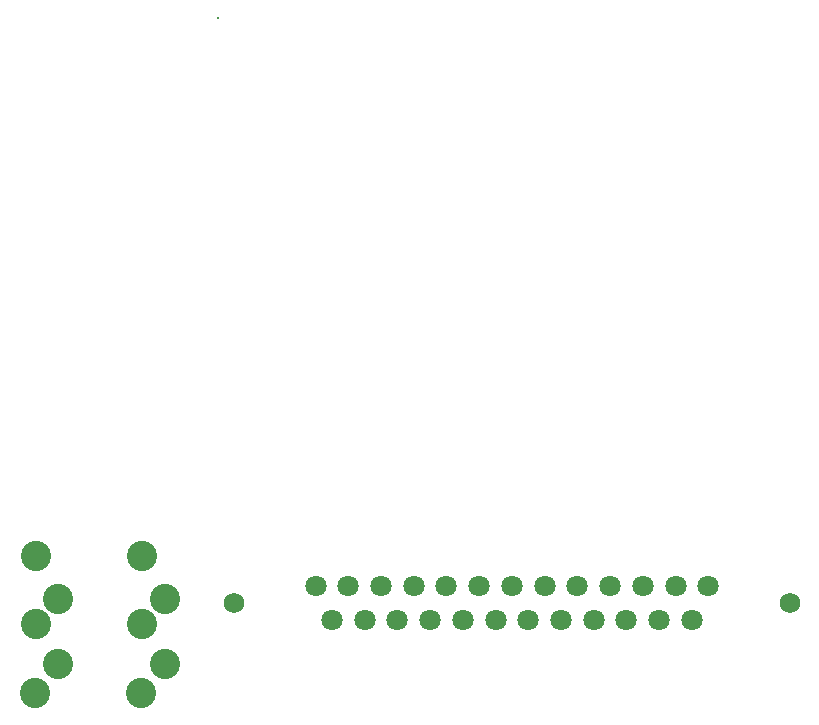
<source format=gts>
G04 Layer_Color=8388736*
%FSAX24Y24*%
%MOIN*%
G70*
G01*
G75*
%ADD17C,0.0710*%
%ADD18C,0.0680*%
%ADD19C,0.0080*%
%ADD20C,0.1009*%
D17*
X031789Y013486D02*
D03*
X033970D02*
D03*
X032880D02*
D03*
X035061D02*
D03*
X036152D02*
D03*
X030699D02*
D03*
X024155D02*
D03*
X029608D02*
D03*
X028518D02*
D03*
X026337D02*
D03*
X027427D02*
D03*
X025246D02*
D03*
X024701Y012368D02*
D03*
X026882D02*
D03*
X025791D02*
D03*
X027972D02*
D03*
X029063D02*
D03*
X023610D02*
D03*
X030154D02*
D03*
X035606D02*
D03*
X034516D02*
D03*
X032335D02*
D03*
X033425D02*
D03*
X031244D02*
D03*
X023073Y013490D02*
D03*
D18*
X020348Y012927D02*
D03*
X038868D02*
D03*
D19*
X019805Y032423D02*
D03*
D20*
X017243Y009935D02*
D03*
X018030Y010880D02*
D03*
X017282Y012227D02*
D03*
X018030Y013046D02*
D03*
X017282Y014502D02*
D03*
X013699Y009935D02*
D03*
X014487Y010880D02*
D03*
X013739Y012227D02*
D03*
X014487Y013046D02*
D03*
X013739Y014502D02*
D03*
M02*

</source>
